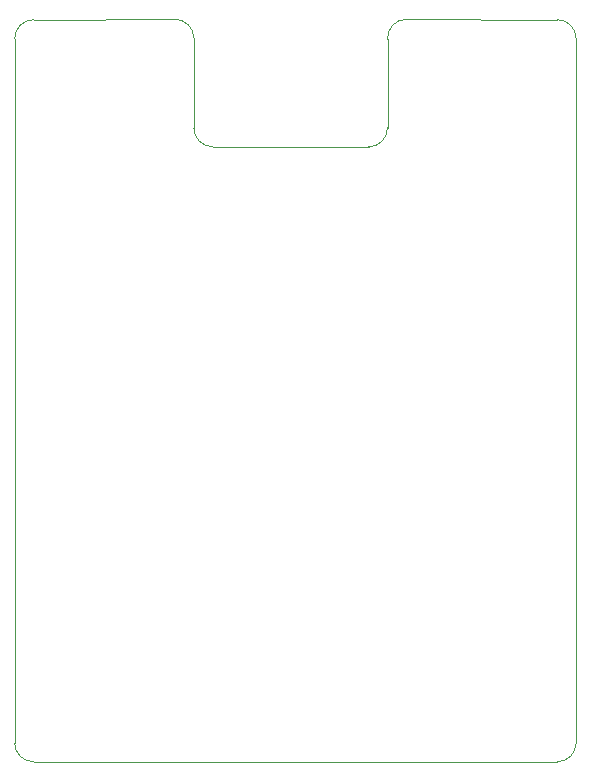
<source format=gm1>
G04 #@! TF.GenerationSoftware,KiCad,Pcbnew,7.0.8*
G04 #@! TF.CreationDate,2025-02-11T22:02:48-06:00*
G04 #@! TF.ProjectId,XBeeBreakoutBoard,58426565-4272-4656-916b-6f7574426f61,rev?*
G04 #@! TF.SameCoordinates,Original*
G04 #@! TF.FileFunction,Profile,NP*
%FSLAX46Y46*%
G04 Gerber Fmt 4.6, Leading zero omitted, Abs format (unit mm)*
G04 Created by KiCad (PCBNEW 7.0.8) date 2025-02-11 22:02:48*
%MOMM*%
%LPD*%
G01*
G04 APERTURE LIST*
G04 #@! TA.AperFunction,Profile*
%ADD10C,0.100000*%
G04 #@! TD*
G04 APERTURE END LIST*
D10*
X147400001Y-45400000D02*
X147400000Y-52900000D01*
X163368629Y-45331371D02*
G75*
G03*
X161768629Y-43731371I-1600029J-29D01*
G01*
X145800000Y-54500000D02*
G75*
G03*
X147400000Y-52900000I0J1600000D01*
G01*
X145800000Y-54500000D02*
X132600000Y-54500000D01*
X161768629Y-106568629D02*
X117431371Y-106568629D01*
X115831371Y-104968629D02*
X115831371Y-45331371D01*
X117431371Y-43731371D02*
G75*
G03*
X115831371Y-45331371I29J-1600029D01*
G01*
X163368629Y-45331371D02*
X163368629Y-104968629D01*
X132600001Y-52900000D02*
G75*
G03*
X132600001Y-52900000I-1J0D01*
G01*
X131000000Y-52900000D02*
G75*
G03*
X132600000Y-54500000I1600000J0D01*
G01*
X149000000Y-43696880D02*
G75*
G03*
X147400002Y-45400000I0J-1603120D01*
G01*
X131000000Y-45300000D02*
X131000000Y-52900000D01*
X149000000Y-43696879D02*
X161768629Y-43731371D01*
X131000000Y-45300000D02*
G75*
G03*
X129400000Y-43700000I-1600000J0D01*
G01*
X115831371Y-104968629D02*
G75*
G03*
X117431371Y-106568629I1600029J29D01*
G01*
X161768629Y-106568629D02*
G75*
G03*
X163368629Y-104968629I-29J1600029D01*
G01*
X117431371Y-43731371D02*
X129400000Y-43700000D01*
M02*

</source>
